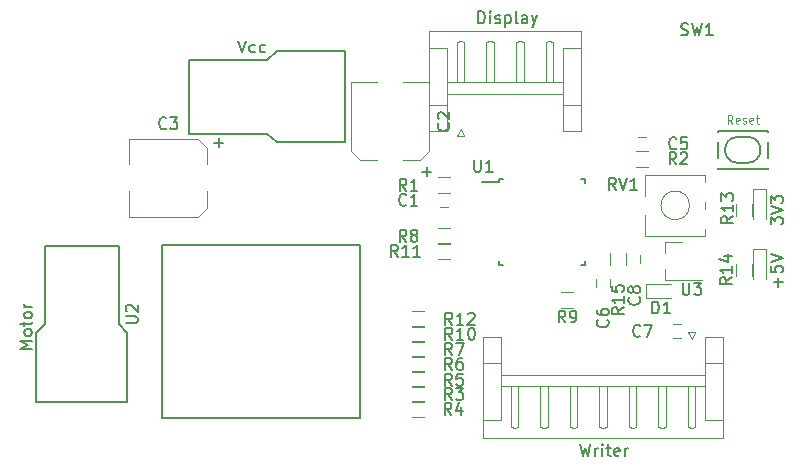
<source format=gto>
G04 #@! TF.FileFunction,Legend,Top*
%FSLAX46Y46*%
G04 Gerber Fmt 4.6, Leading zero omitted, Abs format (unit mm)*
G04 Created by KiCad (PCBNEW 4.0.7) date 10/05/18 20:50:03*
%MOMM*%
%LPD*%
G01*
G04 APERTURE LIST*
%ADD10C,0.100000*%
%ADD11C,0.150000*%
%ADD12C,0.120000*%
%ADD13C,0.110000*%
G04 APERTURE END LIST*
D10*
D11*
X74930000Y-54662000D02*
X66530000Y-54662000D01*
X66530000Y-54662000D02*
X66530000Y-69342000D01*
X66530000Y-69342000D02*
X69970000Y-69342000D01*
X83330000Y-54662000D02*
X74930000Y-54662000D01*
X83330000Y-58812000D02*
X83330000Y-54662000D01*
X83330000Y-69342000D02*
X83330000Y-58812000D01*
X83330000Y-69342000D02*
X79810000Y-69342000D01*
X74930000Y-69342000D02*
X79930000Y-69342000D01*
X74930000Y-69342000D02*
X69930000Y-69342000D01*
D12*
X90074000Y-50288900D02*
X90774000Y-50288900D01*
X90774000Y-51488900D02*
X90074000Y-51488900D01*
X107538000Y-46701000D02*
X106838000Y-46701000D01*
X106838000Y-45501000D02*
X107538000Y-45501000D01*
X104486000Y-57562000D02*
X104486000Y-58262000D01*
X103286000Y-58262000D02*
X103286000Y-57562000D01*
X109759000Y-61376000D02*
X110459000Y-61376000D01*
X110459000Y-62576000D02*
X109759000Y-62576000D01*
X107026000Y-55530000D02*
X107026000Y-56230000D01*
X105826000Y-56230000D02*
X105826000Y-55530000D01*
X117644000Y-49889000D02*
X116544000Y-49889000D01*
X116544000Y-49889000D02*
X116544000Y-52489000D01*
X117644000Y-49889000D02*
X117644000Y-52489000D01*
X117644000Y-54969000D02*
X116544000Y-54969000D01*
X116544000Y-54969000D02*
X116544000Y-57569000D01*
X117644000Y-54969000D02*
X117644000Y-57569000D01*
X90671000Y-42820500D02*
X90671000Y-45020500D01*
X90671000Y-45020500D02*
X89171000Y-45020500D01*
X89171000Y-45020500D02*
X89171000Y-36520500D01*
X89171000Y-36520500D02*
X101971000Y-36520500D01*
X101971000Y-36520500D02*
X101971000Y-45020500D01*
X101971000Y-45020500D02*
X100471000Y-45020500D01*
X100471000Y-45020500D02*
X100471000Y-42820500D01*
X89171000Y-38020500D02*
X90671000Y-38020500D01*
X90671000Y-38020500D02*
X90671000Y-42820500D01*
X90671000Y-42820500D02*
X89171000Y-42820500D01*
X101971000Y-38020500D02*
X100471000Y-38020500D01*
X100471000Y-38020500D02*
X100471000Y-42820500D01*
X100471000Y-42820500D02*
X101971000Y-42820500D01*
X90671000Y-40870500D02*
X100471000Y-40870500D01*
X90671000Y-41870500D02*
X100471000Y-41870500D01*
X91821000Y-40870500D02*
X91501000Y-40870500D01*
X91501000Y-40870500D02*
X91501000Y-37450500D01*
X91501000Y-37450500D02*
X91821000Y-37370500D01*
X91821000Y-37370500D02*
X92141000Y-37450500D01*
X92141000Y-37450500D02*
X92141000Y-40870500D01*
X92141000Y-40870500D02*
X91821000Y-40870500D01*
X94321000Y-40870500D02*
X94001000Y-40870500D01*
X94001000Y-40870500D02*
X94001000Y-37450500D01*
X94001000Y-37450500D02*
X94321000Y-37370500D01*
X94321000Y-37370500D02*
X94641000Y-37450500D01*
X94641000Y-37450500D02*
X94641000Y-40870500D01*
X94641000Y-40870500D02*
X94321000Y-40870500D01*
X96821000Y-40870500D02*
X96501000Y-40870500D01*
X96501000Y-40870500D02*
X96501000Y-37450500D01*
X96501000Y-37450500D02*
X96821000Y-37370500D01*
X96821000Y-37370500D02*
X97141000Y-37450500D01*
X97141000Y-37450500D02*
X97141000Y-40870500D01*
X97141000Y-40870500D02*
X96821000Y-40870500D01*
X99321000Y-40870500D02*
X99001000Y-40870500D01*
X99001000Y-40870500D02*
X99001000Y-37450500D01*
X99001000Y-37450500D02*
X99321000Y-37370500D01*
X99321000Y-37370500D02*
X99641000Y-37450500D01*
X99641000Y-37450500D02*
X99641000Y-40870500D01*
X99641000Y-40870500D02*
X99321000Y-40870500D01*
X91821000Y-44870500D02*
X91521000Y-45470500D01*
X91521000Y-45470500D02*
X92121000Y-45470500D01*
X92121000Y-45470500D02*
X91821000Y-44870500D01*
X112529000Y-64685000D02*
X112529000Y-62485000D01*
X112529000Y-62485000D02*
X114029000Y-62485000D01*
X114029000Y-62485000D02*
X114029000Y-70985000D01*
X114029000Y-70985000D02*
X93729000Y-70985000D01*
X93729000Y-70985000D02*
X93729000Y-62485000D01*
X93729000Y-62485000D02*
X95229000Y-62485000D01*
X95229000Y-62485000D02*
X95229000Y-64685000D01*
X114029000Y-69485000D02*
X112529000Y-69485000D01*
X112529000Y-69485000D02*
X112529000Y-64685000D01*
X112529000Y-64685000D02*
X114029000Y-64685000D01*
X93729000Y-69485000D02*
X95229000Y-69485000D01*
X95229000Y-69485000D02*
X95229000Y-64685000D01*
X95229000Y-64685000D02*
X93729000Y-64685000D01*
X112529000Y-66635000D02*
X95229000Y-66635000D01*
X112529000Y-65635000D02*
X95229000Y-65635000D01*
X111379000Y-66635000D02*
X111699000Y-66635000D01*
X111699000Y-66635000D02*
X111699000Y-70055000D01*
X111699000Y-70055000D02*
X111379000Y-70135000D01*
X111379000Y-70135000D02*
X111059000Y-70055000D01*
X111059000Y-70055000D02*
X111059000Y-66635000D01*
X111059000Y-66635000D02*
X111379000Y-66635000D01*
X108879000Y-66635000D02*
X109199000Y-66635000D01*
X109199000Y-66635000D02*
X109199000Y-70055000D01*
X109199000Y-70055000D02*
X108879000Y-70135000D01*
X108879000Y-70135000D02*
X108559000Y-70055000D01*
X108559000Y-70055000D02*
X108559000Y-66635000D01*
X108559000Y-66635000D02*
X108879000Y-66635000D01*
X106379000Y-66635000D02*
X106699000Y-66635000D01*
X106699000Y-66635000D02*
X106699000Y-70055000D01*
X106699000Y-70055000D02*
X106379000Y-70135000D01*
X106379000Y-70135000D02*
X106059000Y-70055000D01*
X106059000Y-70055000D02*
X106059000Y-66635000D01*
X106059000Y-66635000D02*
X106379000Y-66635000D01*
X103879000Y-66635000D02*
X104199000Y-66635000D01*
X104199000Y-66635000D02*
X104199000Y-70055000D01*
X104199000Y-70055000D02*
X103879000Y-70135000D01*
X103879000Y-70135000D02*
X103559000Y-70055000D01*
X103559000Y-70055000D02*
X103559000Y-66635000D01*
X103559000Y-66635000D02*
X103879000Y-66635000D01*
X101379000Y-66635000D02*
X101699000Y-66635000D01*
X101699000Y-66635000D02*
X101699000Y-70055000D01*
X101699000Y-70055000D02*
X101379000Y-70135000D01*
X101379000Y-70135000D02*
X101059000Y-70055000D01*
X101059000Y-70055000D02*
X101059000Y-66635000D01*
X101059000Y-66635000D02*
X101379000Y-66635000D01*
X98879000Y-66635000D02*
X99199000Y-66635000D01*
X99199000Y-66635000D02*
X99199000Y-70055000D01*
X99199000Y-70055000D02*
X98879000Y-70135000D01*
X98879000Y-70135000D02*
X98559000Y-70055000D01*
X98559000Y-70055000D02*
X98559000Y-66635000D01*
X98559000Y-66635000D02*
X98879000Y-66635000D01*
X96379000Y-66635000D02*
X96699000Y-66635000D01*
X96699000Y-66635000D02*
X96699000Y-70055000D01*
X96699000Y-70055000D02*
X96379000Y-70135000D01*
X96379000Y-70135000D02*
X96059000Y-70055000D01*
X96059000Y-70055000D02*
X96059000Y-66635000D01*
X96059000Y-66635000D02*
X96379000Y-66635000D01*
X111379000Y-62635000D02*
X111679000Y-62035000D01*
X111679000Y-62035000D02*
X111079000Y-62035000D01*
X111079000Y-62035000D02*
X111379000Y-62635000D01*
X90924000Y-50298900D02*
X89924000Y-50298900D01*
X89924000Y-48938900D02*
X90924000Y-48938900D01*
X107688000Y-48051000D02*
X106688000Y-48051000D01*
X106688000Y-46691000D02*
X107688000Y-46691000D01*
X88688800Y-67990000D02*
X87688800Y-67990000D01*
X87688800Y-66630000D02*
X88688800Y-66630000D01*
X88688800Y-69260000D02*
X87688800Y-69260000D01*
X87688800Y-67900000D02*
X88688800Y-67900000D01*
X88688800Y-66720000D02*
X87688800Y-66720000D01*
X87688800Y-65360000D02*
X88688800Y-65360000D01*
X88688800Y-65450000D02*
X87688800Y-65450000D01*
X87688800Y-64090000D02*
X88688800Y-64090000D01*
X88688800Y-64180000D02*
X87688800Y-64180000D01*
X87688800Y-62820000D02*
X88688800Y-62820000D01*
X89924000Y-53256900D02*
X90924000Y-53256900D01*
X90924000Y-54616900D02*
X89924000Y-54616900D01*
X100338000Y-58629000D02*
X101338000Y-58629000D01*
X101338000Y-59989000D02*
X100338000Y-59989000D01*
X88688800Y-62910000D02*
X87688800Y-62910000D01*
X87688800Y-61550000D02*
X88688800Y-61550000D01*
X90924000Y-55886900D02*
X89924000Y-55886900D01*
X89924000Y-54526900D02*
X90924000Y-54526900D01*
X88688800Y-61640000D02*
X87688800Y-61640000D01*
X87688800Y-60280000D02*
X88688800Y-60280000D01*
X116504000Y-51189000D02*
X116504000Y-52189000D01*
X115144000Y-52189000D02*
X115144000Y-51189000D01*
X116504000Y-56269000D02*
X116504000Y-57269000D01*
X115144000Y-57269000D02*
X115144000Y-56269000D01*
X105836000Y-55380000D02*
X105836000Y-56380000D01*
X104476000Y-56380000D02*
X104476000Y-55380000D01*
X107422000Y-48748000D02*
X112542000Y-48748000D01*
X107422000Y-53868000D02*
X112542000Y-53868000D01*
X107422000Y-48748000D02*
X107422000Y-50478000D01*
X107422000Y-52138000D02*
X107422000Y-53868000D01*
X112542000Y-48748000D02*
X112542000Y-49328000D01*
X112542000Y-50988000D02*
X112542000Y-51628000D01*
X112542000Y-53288000D02*
X112542000Y-53868000D01*
X111192000Y-51308000D02*
G75*
G03X111192000Y-51308000I-1210000J0D01*
G01*
D11*
X95054000Y-49080000D02*
X95054000Y-49305000D01*
X102304000Y-49080000D02*
X102304000Y-49405000D01*
X102304000Y-56330000D02*
X102304000Y-56005000D01*
X95054000Y-56330000D02*
X95054000Y-56005000D01*
X95054000Y-49080000D02*
X95379000Y-49080000D01*
X95054000Y-56330000D02*
X95379000Y-56330000D01*
X102304000Y-56330000D02*
X101979000Y-56330000D01*
X102304000Y-49080000D02*
X101979000Y-49080000D01*
X95054000Y-49305000D02*
X93629000Y-49305000D01*
D12*
X109095000Y-54427000D02*
X109095000Y-55357000D01*
X109095000Y-57587000D02*
X109095000Y-56657000D01*
X109095000Y-57587000D02*
X112255000Y-57587000D01*
X109095000Y-54427000D02*
X110555000Y-54427000D01*
D11*
X116097000Y-45509000D02*
X115297000Y-45509000D01*
X116097000Y-47709000D02*
X115297000Y-47709000D01*
X115297000Y-47709000D02*
G75*
G02X115297000Y-45509000I0J1100000D01*
G01*
X116097000Y-47709000D02*
G75*
G03X116097000Y-45509000I0J1100000D01*
G01*
X113597000Y-48209000D02*
X113597000Y-48109000D01*
X113597000Y-45009000D02*
X113597000Y-45109000D01*
X113597000Y-45959000D02*
X113597000Y-47259000D01*
X117797000Y-45959000D02*
X117797000Y-47259000D01*
X117797000Y-45009000D02*
X117797000Y-45109000D01*
X117797000Y-48209000D02*
X117797000Y-48109000D01*
X113597000Y-48209000D02*
X117797000Y-48209000D01*
X113597000Y-45009000D02*
X117797000Y-45009000D01*
D12*
X107539000Y-57977000D02*
X107539000Y-59117000D01*
X107539000Y-59117000D02*
X109639000Y-59117000D01*
X107539000Y-57977000D02*
X109639000Y-57977000D01*
D11*
X68827500Y-45268500D02*
X73027500Y-45268500D01*
X73127500Y-38968500D02*
X68827500Y-38968500D01*
X82027500Y-45968500D02*
X76227500Y-45968500D01*
X76227500Y-45968500D02*
X75427500Y-45268500D01*
X75427500Y-45268500D02*
X73027500Y-45268500D01*
X73127500Y-38968500D02*
X75427500Y-38968500D01*
X76227500Y-38268500D02*
X75427500Y-38968500D01*
X82027500Y-38268500D02*
X76227500Y-38268500D01*
X82027500Y-38268500D02*
X82027500Y-45968500D01*
X68827500Y-45268500D02*
X68827500Y-38968500D01*
X56585500Y-54730500D02*
X56585500Y-58930500D01*
X62885500Y-59030500D02*
X62885500Y-54730500D01*
X55885500Y-67930500D02*
X55885500Y-62130500D01*
X55885500Y-62130500D02*
X56585500Y-61330500D01*
X56585500Y-61330500D02*
X56585500Y-58930500D01*
X62885500Y-59030500D02*
X62885500Y-61330500D01*
X63585500Y-62130500D02*
X62885500Y-61330500D01*
X63585500Y-67930500D02*
X63585500Y-62130500D01*
X63585500Y-67930500D02*
X55885500Y-67930500D01*
X56585500Y-54730500D02*
X62885500Y-54730500D01*
D12*
X63756000Y-45658500D02*
X63756000Y-47838500D01*
X63756000Y-52258500D02*
X63756000Y-50078500D01*
X70356000Y-46418500D02*
X70356000Y-47838500D01*
X70356000Y-51498500D02*
X70356000Y-50078500D01*
X63756000Y-45658500D02*
X69596000Y-45658500D01*
X69596000Y-45658500D02*
X70356000Y-46418500D01*
X70356000Y-51498500D02*
X69596000Y-52258500D01*
X69596000Y-52258500D02*
X63756000Y-52258500D01*
X89152000Y-40896000D02*
X86972000Y-40896000D01*
X82552000Y-40896000D02*
X84732000Y-40896000D01*
X88392000Y-47496000D02*
X86972000Y-47496000D01*
X83312000Y-47496000D02*
X84732000Y-47496000D01*
X89152000Y-40896000D02*
X89152000Y-46736000D01*
X89152000Y-46736000D02*
X88392000Y-47496000D01*
X83312000Y-47496000D02*
X82552000Y-46736000D01*
X82552000Y-46736000D02*
X82552000Y-40896000D01*
D11*
X63460381Y-61277405D02*
X64269905Y-61277405D01*
X64365143Y-61229786D01*
X64412762Y-61182167D01*
X64460381Y-61086929D01*
X64460381Y-60896452D01*
X64412762Y-60801214D01*
X64365143Y-60753595D01*
X64269905Y-60705976D01*
X63460381Y-60705976D01*
X63555619Y-60277405D02*
X63508000Y-60229786D01*
X63460381Y-60134548D01*
X63460381Y-59896452D01*
X63508000Y-59801214D01*
X63555619Y-59753595D01*
X63650857Y-59705976D01*
X63746095Y-59705976D01*
X63888952Y-59753595D01*
X64460381Y-60325024D01*
X64460381Y-59705976D01*
X87209334Y-51246043D02*
X87161715Y-51293662D01*
X87018858Y-51341281D01*
X86923620Y-51341281D01*
X86780762Y-51293662D01*
X86685524Y-51198424D01*
X86637905Y-51103186D01*
X86590286Y-50912710D01*
X86590286Y-50769852D01*
X86637905Y-50579376D01*
X86685524Y-50484138D01*
X86780762Y-50388900D01*
X86923620Y-50341281D01*
X87018858Y-50341281D01*
X87161715Y-50388900D01*
X87209334Y-50436519D01*
X88161715Y-51341281D02*
X87590286Y-51341281D01*
X87876000Y-51341281D02*
X87876000Y-50341281D01*
X87780762Y-50484138D01*
X87685524Y-50579376D01*
X87590286Y-50626995D01*
X110069334Y-46458143D02*
X110021715Y-46505762D01*
X109878858Y-46553381D01*
X109783620Y-46553381D01*
X109640762Y-46505762D01*
X109545524Y-46410524D01*
X109497905Y-46315286D01*
X109450286Y-46124810D01*
X109450286Y-45981952D01*
X109497905Y-45791476D01*
X109545524Y-45696238D01*
X109640762Y-45601000D01*
X109783620Y-45553381D01*
X109878858Y-45553381D01*
X110021715Y-45601000D01*
X110069334Y-45648619D01*
X110974096Y-45553381D02*
X110497905Y-45553381D01*
X110450286Y-46029571D01*
X110497905Y-45981952D01*
X110593143Y-45934333D01*
X110831239Y-45934333D01*
X110926477Y-45981952D01*
X110974096Y-46029571D01*
X111021715Y-46124810D01*
X111021715Y-46362905D01*
X110974096Y-46458143D01*
X110926477Y-46505762D01*
X110831239Y-46553381D01*
X110593143Y-46553381D01*
X110497905Y-46505762D01*
X110450286Y-46458143D01*
X104243143Y-60999666D02*
X104290762Y-61047285D01*
X104338381Y-61190142D01*
X104338381Y-61285380D01*
X104290762Y-61428238D01*
X104195524Y-61523476D01*
X104100286Y-61571095D01*
X103909810Y-61618714D01*
X103766952Y-61618714D01*
X103576476Y-61571095D01*
X103481238Y-61523476D01*
X103386000Y-61428238D01*
X103338381Y-61285380D01*
X103338381Y-61190142D01*
X103386000Y-61047285D01*
X103433619Y-60999666D01*
X103338381Y-60142523D02*
X103338381Y-60333000D01*
X103386000Y-60428238D01*
X103433619Y-60475857D01*
X103576476Y-60571095D01*
X103766952Y-60618714D01*
X104147905Y-60618714D01*
X104243143Y-60571095D01*
X104290762Y-60523476D01*
X104338381Y-60428238D01*
X104338381Y-60237761D01*
X104290762Y-60142523D01*
X104243143Y-60094904D01*
X104147905Y-60047285D01*
X103909810Y-60047285D01*
X103814571Y-60094904D01*
X103766952Y-60142523D01*
X103719333Y-60237761D01*
X103719333Y-60428238D01*
X103766952Y-60523476D01*
X103814571Y-60571095D01*
X103909810Y-60618714D01*
X107021334Y-62333143D02*
X106973715Y-62380762D01*
X106830858Y-62428381D01*
X106735620Y-62428381D01*
X106592762Y-62380762D01*
X106497524Y-62285524D01*
X106449905Y-62190286D01*
X106402286Y-61999810D01*
X106402286Y-61856952D01*
X106449905Y-61666476D01*
X106497524Y-61571238D01*
X106592762Y-61476000D01*
X106735620Y-61428381D01*
X106830858Y-61428381D01*
X106973715Y-61476000D01*
X107021334Y-61523619D01*
X107354667Y-61428381D02*
X108021334Y-61428381D01*
X107592762Y-62428381D01*
X106910143Y-59094666D02*
X106957762Y-59142285D01*
X107005381Y-59285142D01*
X107005381Y-59380380D01*
X106957762Y-59523238D01*
X106862524Y-59618476D01*
X106767286Y-59666095D01*
X106576810Y-59713714D01*
X106433952Y-59713714D01*
X106243476Y-59666095D01*
X106148238Y-59618476D01*
X106053000Y-59523238D01*
X106005381Y-59380380D01*
X106005381Y-59285142D01*
X106053000Y-59142285D01*
X106100619Y-59094666D01*
X106433952Y-58523238D02*
X106386333Y-58618476D01*
X106338714Y-58666095D01*
X106243476Y-58713714D01*
X106195857Y-58713714D01*
X106100619Y-58666095D01*
X106053000Y-58618476D01*
X106005381Y-58523238D01*
X106005381Y-58332761D01*
X106053000Y-58237523D01*
X106100619Y-58189904D01*
X106195857Y-58142285D01*
X106243476Y-58142285D01*
X106338714Y-58189904D01*
X106386333Y-58237523D01*
X106433952Y-58332761D01*
X106433952Y-58523238D01*
X106481571Y-58618476D01*
X106529190Y-58666095D01*
X106624429Y-58713714D01*
X106814905Y-58713714D01*
X106910143Y-58666095D01*
X106957762Y-58618476D01*
X107005381Y-58523238D01*
X107005381Y-58332761D01*
X106957762Y-58237523D01*
X106910143Y-58189904D01*
X106814905Y-58142285D01*
X106624429Y-58142285D01*
X106529190Y-58189904D01*
X106481571Y-58237523D01*
X106433952Y-58332761D01*
X118070381Y-52927095D02*
X118070381Y-52308047D01*
X118451333Y-52641381D01*
X118451333Y-52498523D01*
X118498952Y-52403285D01*
X118546571Y-52355666D01*
X118641810Y-52308047D01*
X118879905Y-52308047D01*
X118975143Y-52355666D01*
X119022762Y-52403285D01*
X119070381Y-52498523D01*
X119070381Y-52784238D01*
X119022762Y-52879476D01*
X118975143Y-52927095D01*
X118070381Y-52022333D02*
X119070381Y-51689000D01*
X118070381Y-51355666D01*
X118070381Y-51117571D02*
X118070381Y-50498523D01*
X118451333Y-50831857D01*
X118451333Y-50688999D01*
X118498952Y-50593761D01*
X118546571Y-50546142D01*
X118641810Y-50498523D01*
X118879905Y-50498523D01*
X118975143Y-50546142D01*
X119022762Y-50593761D01*
X119070381Y-50688999D01*
X119070381Y-50974714D01*
X119022762Y-51069952D01*
X118975143Y-51117571D01*
X118689429Y-58181714D02*
X118689429Y-57419809D01*
X119070381Y-57800761D02*
X118308476Y-57800761D01*
X118070381Y-56467428D02*
X118070381Y-56943619D01*
X118546571Y-56991238D01*
X118498952Y-56943619D01*
X118451333Y-56848381D01*
X118451333Y-56610285D01*
X118498952Y-56515047D01*
X118546571Y-56467428D01*
X118641810Y-56419809D01*
X118879905Y-56419809D01*
X118975143Y-56467428D01*
X119022762Y-56515047D01*
X119070381Y-56610285D01*
X119070381Y-56848381D01*
X119022762Y-56943619D01*
X118975143Y-56991238D01*
X118070381Y-56134095D02*
X119070381Y-55800762D01*
X118070381Y-55467428D01*
X93305619Y-35885381D02*
X93305619Y-34885381D01*
X93543714Y-34885381D01*
X93686572Y-34933000D01*
X93781810Y-35028238D01*
X93829429Y-35123476D01*
X93877048Y-35313952D01*
X93877048Y-35456810D01*
X93829429Y-35647286D01*
X93781810Y-35742524D01*
X93686572Y-35837762D01*
X93543714Y-35885381D01*
X93305619Y-35885381D01*
X94305619Y-35885381D02*
X94305619Y-35218714D01*
X94305619Y-34885381D02*
X94258000Y-34933000D01*
X94305619Y-34980619D01*
X94353238Y-34933000D01*
X94305619Y-34885381D01*
X94305619Y-34980619D01*
X94734190Y-35837762D02*
X94829428Y-35885381D01*
X95019904Y-35885381D01*
X95115143Y-35837762D01*
X95162762Y-35742524D01*
X95162762Y-35694905D01*
X95115143Y-35599667D01*
X95019904Y-35552048D01*
X94877047Y-35552048D01*
X94781809Y-35504429D01*
X94734190Y-35409190D01*
X94734190Y-35361571D01*
X94781809Y-35266333D01*
X94877047Y-35218714D01*
X95019904Y-35218714D01*
X95115143Y-35266333D01*
X95591333Y-35218714D02*
X95591333Y-36218714D01*
X95591333Y-35266333D02*
X95686571Y-35218714D01*
X95877048Y-35218714D01*
X95972286Y-35266333D01*
X96019905Y-35313952D01*
X96067524Y-35409190D01*
X96067524Y-35694905D01*
X96019905Y-35790143D01*
X95972286Y-35837762D01*
X95877048Y-35885381D01*
X95686571Y-35885381D01*
X95591333Y-35837762D01*
X96638952Y-35885381D02*
X96543714Y-35837762D01*
X96496095Y-35742524D01*
X96496095Y-34885381D01*
X97448477Y-35885381D02*
X97448477Y-35361571D01*
X97400858Y-35266333D01*
X97305620Y-35218714D01*
X97115143Y-35218714D01*
X97019905Y-35266333D01*
X97448477Y-35837762D02*
X97353239Y-35885381D01*
X97115143Y-35885381D01*
X97019905Y-35837762D01*
X96972286Y-35742524D01*
X96972286Y-35647286D01*
X97019905Y-35552048D01*
X97115143Y-35504429D01*
X97353239Y-35504429D01*
X97448477Y-35456810D01*
X97829429Y-35218714D02*
X98067524Y-35885381D01*
X98305620Y-35218714D02*
X98067524Y-35885381D01*
X97972286Y-36123476D01*
X97924667Y-36171095D01*
X97829429Y-36218714D01*
X101949500Y-71524881D02*
X102187595Y-72524881D01*
X102378072Y-71810595D01*
X102568548Y-72524881D01*
X102806643Y-71524881D01*
X103187595Y-72524881D02*
X103187595Y-71858214D01*
X103187595Y-72048690D02*
X103235214Y-71953452D01*
X103282833Y-71905833D01*
X103378071Y-71858214D01*
X103473310Y-71858214D01*
X103806643Y-72524881D02*
X103806643Y-71858214D01*
X103806643Y-71524881D02*
X103759024Y-71572500D01*
X103806643Y-71620119D01*
X103854262Y-71572500D01*
X103806643Y-71524881D01*
X103806643Y-71620119D01*
X104139976Y-71858214D02*
X104520928Y-71858214D01*
X104282833Y-71524881D02*
X104282833Y-72382024D01*
X104330452Y-72477262D01*
X104425690Y-72524881D01*
X104520928Y-72524881D01*
X105235215Y-72477262D02*
X105139977Y-72524881D01*
X104949500Y-72524881D01*
X104854262Y-72477262D01*
X104806643Y-72382024D01*
X104806643Y-72001071D01*
X104854262Y-71905833D01*
X104949500Y-71858214D01*
X105139977Y-71858214D01*
X105235215Y-71905833D01*
X105282834Y-72001071D01*
X105282834Y-72096310D01*
X104806643Y-72191548D01*
X105711405Y-72524881D02*
X105711405Y-71858214D01*
X105711405Y-72048690D02*
X105759024Y-71953452D01*
X105806643Y-71905833D01*
X105901881Y-71858214D01*
X105997120Y-71858214D01*
X87209334Y-50071281D02*
X86876000Y-49595090D01*
X86637905Y-50071281D02*
X86637905Y-49071281D01*
X87018858Y-49071281D01*
X87114096Y-49118900D01*
X87161715Y-49166519D01*
X87209334Y-49261757D01*
X87209334Y-49404614D01*
X87161715Y-49499852D01*
X87114096Y-49547471D01*
X87018858Y-49595090D01*
X86637905Y-49595090D01*
X88161715Y-50071281D02*
X87590286Y-50071281D01*
X87876000Y-50071281D02*
X87876000Y-49071281D01*
X87780762Y-49214138D01*
X87685524Y-49309376D01*
X87590286Y-49356995D01*
X110069334Y-47823381D02*
X109736000Y-47347190D01*
X109497905Y-47823381D02*
X109497905Y-46823381D01*
X109878858Y-46823381D01*
X109974096Y-46871000D01*
X110021715Y-46918619D01*
X110069334Y-47013857D01*
X110069334Y-47156714D01*
X110021715Y-47251952D01*
X109974096Y-47299571D01*
X109878858Y-47347190D01*
X109497905Y-47347190D01*
X110450286Y-46918619D02*
X110497905Y-46871000D01*
X110593143Y-46823381D01*
X110831239Y-46823381D01*
X110926477Y-46871000D01*
X110974096Y-46918619D01*
X111021715Y-47013857D01*
X111021715Y-47109095D01*
X110974096Y-47251952D01*
X110402667Y-47823381D01*
X111021715Y-47823381D01*
X91070134Y-67762381D02*
X90736800Y-67286190D01*
X90498705Y-67762381D02*
X90498705Y-66762381D01*
X90879658Y-66762381D01*
X90974896Y-66810000D01*
X91022515Y-66857619D01*
X91070134Y-66952857D01*
X91070134Y-67095714D01*
X91022515Y-67190952D01*
X90974896Y-67238571D01*
X90879658Y-67286190D01*
X90498705Y-67286190D01*
X91403467Y-66762381D02*
X92022515Y-66762381D01*
X91689181Y-67143333D01*
X91832039Y-67143333D01*
X91927277Y-67190952D01*
X91974896Y-67238571D01*
X92022515Y-67333810D01*
X92022515Y-67571905D01*
X91974896Y-67667143D01*
X91927277Y-67714762D01*
X91832039Y-67762381D01*
X91546324Y-67762381D01*
X91451086Y-67714762D01*
X91403467Y-67667143D01*
X91019334Y-69032381D02*
X90686000Y-68556190D01*
X90447905Y-69032381D02*
X90447905Y-68032381D01*
X90828858Y-68032381D01*
X90924096Y-68080000D01*
X90971715Y-68127619D01*
X91019334Y-68222857D01*
X91019334Y-68365714D01*
X90971715Y-68460952D01*
X90924096Y-68508571D01*
X90828858Y-68556190D01*
X90447905Y-68556190D01*
X91876477Y-68365714D02*
X91876477Y-69032381D01*
X91638381Y-67984762D02*
X91400286Y-68699048D01*
X92019334Y-68699048D01*
X91070134Y-66568581D02*
X90736800Y-66092390D01*
X90498705Y-66568581D02*
X90498705Y-65568581D01*
X90879658Y-65568581D01*
X90974896Y-65616200D01*
X91022515Y-65663819D01*
X91070134Y-65759057D01*
X91070134Y-65901914D01*
X91022515Y-65997152D01*
X90974896Y-66044771D01*
X90879658Y-66092390D01*
X90498705Y-66092390D01*
X91974896Y-65568581D02*
X91498705Y-65568581D01*
X91451086Y-66044771D01*
X91498705Y-65997152D01*
X91593943Y-65949533D01*
X91832039Y-65949533D01*
X91927277Y-65997152D01*
X91974896Y-66044771D01*
X92022515Y-66140010D01*
X92022515Y-66378105D01*
X91974896Y-66473343D01*
X91927277Y-66520962D01*
X91832039Y-66568581D01*
X91593943Y-66568581D01*
X91498705Y-66520962D01*
X91451086Y-66473343D01*
X91070134Y-65222381D02*
X90736800Y-64746190D01*
X90498705Y-65222381D02*
X90498705Y-64222381D01*
X90879658Y-64222381D01*
X90974896Y-64270000D01*
X91022515Y-64317619D01*
X91070134Y-64412857D01*
X91070134Y-64555714D01*
X91022515Y-64650952D01*
X90974896Y-64698571D01*
X90879658Y-64746190D01*
X90498705Y-64746190D01*
X91927277Y-64222381D02*
X91736800Y-64222381D01*
X91641562Y-64270000D01*
X91593943Y-64317619D01*
X91498705Y-64460476D01*
X91451086Y-64650952D01*
X91451086Y-65031905D01*
X91498705Y-65127143D01*
X91546324Y-65174762D01*
X91641562Y-65222381D01*
X91832039Y-65222381D01*
X91927277Y-65174762D01*
X91974896Y-65127143D01*
X92022515Y-65031905D01*
X92022515Y-64793810D01*
X91974896Y-64698571D01*
X91927277Y-64650952D01*
X91832039Y-64603333D01*
X91641562Y-64603333D01*
X91546324Y-64650952D01*
X91498705Y-64698571D01*
X91451086Y-64793810D01*
X91070134Y-63952381D02*
X90736800Y-63476190D01*
X90498705Y-63952381D02*
X90498705Y-62952381D01*
X90879658Y-62952381D01*
X90974896Y-63000000D01*
X91022515Y-63047619D01*
X91070134Y-63142857D01*
X91070134Y-63285714D01*
X91022515Y-63380952D01*
X90974896Y-63428571D01*
X90879658Y-63476190D01*
X90498705Y-63476190D01*
X91403467Y-62952381D02*
X92070134Y-62952381D01*
X91641562Y-63952381D01*
X87209334Y-54389281D02*
X86876000Y-53913090D01*
X86637905Y-54389281D02*
X86637905Y-53389281D01*
X87018858Y-53389281D01*
X87114096Y-53436900D01*
X87161715Y-53484519D01*
X87209334Y-53579757D01*
X87209334Y-53722614D01*
X87161715Y-53817852D01*
X87114096Y-53865471D01*
X87018858Y-53913090D01*
X86637905Y-53913090D01*
X87780762Y-53817852D02*
X87685524Y-53770233D01*
X87637905Y-53722614D01*
X87590286Y-53627376D01*
X87590286Y-53579757D01*
X87637905Y-53484519D01*
X87685524Y-53436900D01*
X87780762Y-53389281D01*
X87971239Y-53389281D01*
X88066477Y-53436900D01*
X88114096Y-53484519D01*
X88161715Y-53579757D01*
X88161715Y-53627376D01*
X88114096Y-53722614D01*
X88066477Y-53770233D01*
X87971239Y-53817852D01*
X87780762Y-53817852D01*
X87685524Y-53865471D01*
X87637905Y-53913090D01*
X87590286Y-54008329D01*
X87590286Y-54198805D01*
X87637905Y-54294043D01*
X87685524Y-54341662D01*
X87780762Y-54389281D01*
X87971239Y-54389281D01*
X88066477Y-54341662D01*
X88114096Y-54294043D01*
X88161715Y-54198805D01*
X88161715Y-54008329D01*
X88114096Y-53913090D01*
X88066477Y-53865471D01*
X87971239Y-53817852D01*
X100671334Y-61211381D02*
X100338000Y-60735190D01*
X100099905Y-61211381D02*
X100099905Y-60211381D01*
X100480858Y-60211381D01*
X100576096Y-60259000D01*
X100623715Y-60306619D01*
X100671334Y-60401857D01*
X100671334Y-60544714D01*
X100623715Y-60639952D01*
X100576096Y-60687571D01*
X100480858Y-60735190D01*
X100099905Y-60735190D01*
X101147524Y-61211381D02*
X101338000Y-61211381D01*
X101433239Y-61163762D01*
X101480858Y-61116143D01*
X101576096Y-60973286D01*
X101623715Y-60782810D01*
X101623715Y-60401857D01*
X101576096Y-60306619D01*
X101528477Y-60259000D01*
X101433239Y-60211381D01*
X101242762Y-60211381D01*
X101147524Y-60259000D01*
X101099905Y-60306619D01*
X101052286Y-60401857D01*
X101052286Y-60639952D01*
X101099905Y-60735190D01*
X101147524Y-60782810D01*
X101242762Y-60830429D01*
X101433239Y-60830429D01*
X101528477Y-60782810D01*
X101576096Y-60735190D01*
X101623715Y-60639952D01*
X91101943Y-62682381D02*
X90768609Y-62206190D01*
X90530514Y-62682381D02*
X90530514Y-61682381D01*
X90911467Y-61682381D01*
X91006705Y-61730000D01*
X91054324Y-61777619D01*
X91101943Y-61872857D01*
X91101943Y-62015714D01*
X91054324Y-62110952D01*
X91006705Y-62158571D01*
X90911467Y-62206190D01*
X90530514Y-62206190D01*
X92054324Y-62682381D02*
X91482895Y-62682381D01*
X91768609Y-62682381D02*
X91768609Y-61682381D01*
X91673371Y-61825238D01*
X91578133Y-61920476D01*
X91482895Y-61968095D01*
X92673371Y-61682381D02*
X92768610Y-61682381D01*
X92863848Y-61730000D01*
X92911467Y-61777619D01*
X92959086Y-61872857D01*
X93006705Y-62063333D01*
X93006705Y-62301429D01*
X92959086Y-62491905D01*
X92911467Y-62587143D01*
X92863848Y-62634762D01*
X92768610Y-62682381D01*
X92673371Y-62682381D01*
X92578133Y-62634762D01*
X92530514Y-62587143D01*
X92482895Y-62491905D01*
X92435276Y-62301429D01*
X92435276Y-62063333D01*
X92482895Y-61872857D01*
X92530514Y-61777619D01*
X92578133Y-61730000D01*
X92673371Y-61682381D01*
X86479143Y-55659281D02*
X86145809Y-55183090D01*
X85907714Y-55659281D02*
X85907714Y-54659281D01*
X86288667Y-54659281D01*
X86383905Y-54706900D01*
X86431524Y-54754519D01*
X86479143Y-54849757D01*
X86479143Y-54992614D01*
X86431524Y-55087852D01*
X86383905Y-55135471D01*
X86288667Y-55183090D01*
X85907714Y-55183090D01*
X87431524Y-55659281D02*
X86860095Y-55659281D01*
X87145809Y-55659281D02*
X87145809Y-54659281D01*
X87050571Y-54802138D01*
X86955333Y-54897376D01*
X86860095Y-54944995D01*
X88383905Y-55659281D02*
X87812476Y-55659281D01*
X88098190Y-55659281D02*
X88098190Y-54659281D01*
X88002952Y-54802138D01*
X87907714Y-54897376D01*
X87812476Y-54944995D01*
X91101943Y-61412381D02*
X90768609Y-60936190D01*
X90530514Y-61412381D02*
X90530514Y-60412381D01*
X90911467Y-60412381D01*
X91006705Y-60460000D01*
X91054324Y-60507619D01*
X91101943Y-60602857D01*
X91101943Y-60745714D01*
X91054324Y-60840952D01*
X91006705Y-60888571D01*
X90911467Y-60936190D01*
X90530514Y-60936190D01*
X92054324Y-61412381D02*
X91482895Y-61412381D01*
X91768609Y-61412381D02*
X91768609Y-60412381D01*
X91673371Y-60555238D01*
X91578133Y-60650476D01*
X91482895Y-60698095D01*
X92435276Y-60507619D02*
X92482895Y-60460000D01*
X92578133Y-60412381D01*
X92816229Y-60412381D01*
X92911467Y-60460000D01*
X92959086Y-60507619D01*
X93006705Y-60602857D01*
X93006705Y-60698095D01*
X92959086Y-60840952D01*
X92387657Y-61412381D01*
X93006705Y-61412381D01*
X114879381Y-52204857D02*
X114403190Y-52538191D01*
X114879381Y-52776286D02*
X113879381Y-52776286D01*
X113879381Y-52395333D01*
X113927000Y-52300095D01*
X113974619Y-52252476D01*
X114069857Y-52204857D01*
X114212714Y-52204857D01*
X114307952Y-52252476D01*
X114355571Y-52300095D01*
X114403190Y-52395333D01*
X114403190Y-52776286D01*
X114879381Y-51252476D02*
X114879381Y-51823905D01*
X114879381Y-51538191D02*
X113879381Y-51538191D01*
X114022238Y-51633429D01*
X114117476Y-51728667D01*
X114165095Y-51823905D01*
X113879381Y-50919143D02*
X113879381Y-50300095D01*
X114260333Y-50633429D01*
X114260333Y-50490571D01*
X114307952Y-50395333D01*
X114355571Y-50347714D01*
X114450810Y-50300095D01*
X114688905Y-50300095D01*
X114784143Y-50347714D01*
X114831762Y-50395333D01*
X114879381Y-50490571D01*
X114879381Y-50776286D01*
X114831762Y-50871524D01*
X114784143Y-50919143D01*
X114752381Y-57411857D02*
X114276190Y-57745191D01*
X114752381Y-57983286D02*
X113752381Y-57983286D01*
X113752381Y-57602333D01*
X113800000Y-57507095D01*
X113847619Y-57459476D01*
X113942857Y-57411857D01*
X114085714Y-57411857D01*
X114180952Y-57459476D01*
X114228571Y-57507095D01*
X114276190Y-57602333D01*
X114276190Y-57983286D01*
X114752381Y-56459476D02*
X114752381Y-57030905D01*
X114752381Y-56745191D02*
X113752381Y-56745191D01*
X113895238Y-56840429D01*
X113990476Y-56935667D01*
X114038095Y-57030905D01*
X114085714Y-55602333D02*
X114752381Y-55602333D01*
X113704762Y-55840429D02*
X114419048Y-56078524D01*
X114419048Y-55459476D01*
X105608381Y-59951857D02*
X105132190Y-60285191D01*
X105608381Y-60523286D02*
X104608381Y-60523286D01*
X104608381Y-60142333D01*
X104656000Y-60047095D01*
X104703619Y-59999476D01*
X104798857Y-59951857D01*
X104941714Y-59951857D01*
X105036952Y-59999476D01*
X105084571Y-60047095D01*
X105132190Y-60142333D01*
X105132190Y-60523286D01*
X105608381Y-58999476D02*
X105608381Y-59570905D01*
X105608381Y-59285191D02*
X104608381Y-59285191D01*
X104751238Y-59380429D01*
X104846476Y-59475667D01*
X104894095Y-59570905D01*
X104608381Y-58094714D02*
X104608381Y-58570905D01*
X105084571Y-58618524D01*
X105036952Y-58570905D01*
X104989333Y-58475667D01*
X104989333Y-58237571D01*
X105036952Y-58142333D01*
X105084571Y-58094714D01*
X105179810Y-58047095D01*
X105417905Y-58047095D01*
X105513143Y-58094714D01*
X105560762Y-58142333D01*
X105608381Y-58237571D01*
X105608381Y-58475667D01*
X105560762Y-58570905D01*
X105513143Y-58618524D01*
X104941762Y-49982381D02*
X104608428Y-49506190D01*
X104370333Y-49982381D02*
X104370333Y-48982381D01*
X104751286Y-48982381D01*
X104846524Y-49030000D01*
X104894143Y-49077619D01*
X104941762Y-49172857D01*
X104941762Y-49315714D01*
X104894143Y-49410952D01*
X104846524Y-49458571D01*
X104751286Y-49506190D01*
X104370333Y-49506190D01*
X105227476Y-48982381D02*
X105560809Y-49982381D01*
X105894143Y-48982381D01*
X106751286Y-49982381D02*
X106179857Y-49982381D01*
X106465571Y-49982381D02*
X106465571Y-48982381D01*
X106370333Y-49125238D01*
X106275095Y-49220476D01*
X106179857Y-49268095D01*
X110490167Y-36853762D02*
X110633024Y-36901381D01*
X110871120Y-36901381D01*
X110966358Y-36853762D01*
X111013977Y-36806143D01*
X111061596Y-36710905D01*
X111061596Y-36615667D01*
X111013977Y-36520429D01*
X110966358Y-36472810D01*
X110871120Y-36425190D01*
X110680643Y-36377571D01*
X110585405Y-36329952D01*
X110537786Y-36282333D01*
X110490167Y-36187095D01*
X110490167Y-36091857D01*
X110537786Y-35996619D01*
X110585405Y-35949000D01*
X110680643Y-35901381D01*
X110918739Y-35901381D01*
X111061596Y-35949000D01*
X111394929Y-35901381D02*
X111633024Y-36901381D01*
X111823501Y-36187095D01*
X112013977Y-36901381D01*
X112252072Y-35901381D01*
X113156834Y-36901381D02*
X112585405Y-36901381D01*
X112871119Y-36901381D02*
X112871119Y-35901381D01*
X112775881Y-36044238D01*
X112680643Y-36139476D01*
X112585405Y-36187095D01*
X92964095Y-47458381D02*
X92964095Y-48267905D01*
X93011714Y-48363143D01*
X93059333Y-48410762D01*
X93154571Y-48458381D01*
X93345048Y-48458381D01*
X93440286Y-48410762D01*
X93487905Y-48363143D01*
X93535524Y-48267905D01*
X93535524Y-47458381D01*
X94535524Y-48458381D02*
X93964095Y-48458381D01*
X94249809Y-48458381D02*
X94249809Y-47458381D01*
X94154571Y-47601238D01*
X94059333Y-47696476D01*
X93964095Y-47744095D01*
X110617095Y-57872381D02*
X110617095Y-58681905D01*
X110664714Y-58777143D01*
X110712333Y-58824762D01*
X110807571Y-58872381D01*
X110998048Y-58872381D01*
X111093286Y-58824762D01*
X111140905Y-58777143D01*
X111188524Y-58681905D01*
X111188524Y-57872381D01*
X111569476Y-57872381D02*
X112188524Y-57872381D01*
X111855190Y-58253333D01*
X111998048Y-58253333D01*
X112093286Y-58300952D01*
X112140905Y-58348571D01*
X112188524Y-58443810D01*
X112188524Y-58681905D01*
X112140905Y-58777143D01*
X112093286Y-58824762D01*
X111998048Y-58872381D01*
X111712333Y-58872381D01*
X111617095Y-58824762D01*
X111569476Y-58777143D01*
D13*
X114830334Y-44385667D02*
X114597000Y-44052333D01*
X114430334Y-44385667D02*
X114430334Y-43685667D01*
X114697000Y-43685667D01*
X114763667Y-43719000D01*
X114797000Y-43752333D01*
X114830334Y-43819000D01*
X114830334Y-43919000D01*
X114797000Y-43985667D01*
X114763667Y-44019000D01*
X114697000Y-44052333D01*
X114430334Y-44052333D01*
X115397000Y-44352333D02*
X115330334Y-44385667D01*
X115197000Y-44385667D01*
X115130334Y-44352333D01*
X115097000Y-44285667D01*
X115097000Y-44019000D01*
X115130334Y-43952333D01*
X115197000Y-43919000D01*
X115330334Y-43919000D01*
X115397000Y-43952333D01*
X115430334Y-44019000D01*
X115430334Y-44085667D01*
X115097000Y-44152333D01*
X115697000Y-44352333D02*
X115763667Y-44385667D01*
X115897000Y-44385667D01*
X115963667Y-44352333D01*
X115997000Y-44285667D01*
X115997000Y-44252333D01*
X115963667Y-44185667D01*
X115897000Y-44152333D01*
X115797000Y-44152333D01*
X115730334Y-44119000D01*
X115697000Y-44052333D01*
X115697000Y-44019000D01*
X115730334Y-43952333D01*
X115797000Y-43919000D01*
X115897000Y-43919000D01*
X115963667Y-43952333D01*
X116563667Y-44352333D02*
X116497001Y-44385667D01*
X116363667Y-44385667D01*
X116297001Y-44352333D01*
X116263667Y-44285667D01*
X116263667Y-44019000D01*
X116297001Y-43952333D01*
X116363667Y-43919000D01*
X116497001Y-43919000D01*
X116563667Y-43952333D01*
X116597001Y-44019000D01*
X116597001Y-44085667D01*
X116263667Y-44152333D01*
X116797001Y-43919000D02*
X117063667Y-43919000D01*
X116897001Y-43685667D02*
X116897001Y-44285667D01*
X116930334Y-44352333D01*
X116997001Y-44385667D01*
X117063667Y-44385667D01*
D11*
X108037405Y-60459881D02*
X108037405Y-59459881D01*
X108275500Y-59459881D01*
X108418358Y-59507500D01*
X108513596Y-59602738D01*
X108561215Y-59697976D01*
X108608834Y-59888452D01*
X108608834Y-60031310D01*
X108561215Y-60221786D01*
X108513596Y-60317024D01*
X108418358Y-60412262D01*
X108275500Y-60459881D01*
X108037405Y-60459881D01*
X109561215Y-60459881D02*
X108989786Y-60459881D01*
X109275500Y-60459881D02*
X109275500Y-59459881D01*
X109180262Y-59602738D01*
X109085024Y-59697976D01*
X108989786Y-59745595D01*
X72977524Y-37361881D02*
X73310857Y-38361881D01*
X73644191Y-37361881D01*
X74406096Y-38314262D02*
X74310858Y-38361881D01*
X74120381Y-38361881D01*
X74025143Y-38314262D01*
X73977524Y-38266643D01*
X73929905Y-38171405D01*
X73929905Y-37885690D01*
X73977524Y-37790452D01*
X74025143Y-37742833D01*
X74120381Y-37695214D01*
X74310858Y-37695214D01*
X74406096Y-37742833D01*
X75263239Y-38314262D02*
X75168001Y-38361881D01*
X74977524Y-38361881D01*
X74882286Y-38314262D01*
X74834667Y-38266643D01*
X74787048Y-38171405D01*
X74787048Y-37885690D01*
X74834667Y-37790452D01*
X74882286Y-37742833D01*
X74977524Y-37695214D01*
X75168001Y-37695214D01*
X75263239Y-37742833D01*
X55506881Y-63428334D02*
X54506881Y-63428334D01*
X55221167Y-63095000D01*
X54506881Y-62761667D01*
X55506881Y-62761667D01*
X55506881Y-62142620D02*
X55459262Y-62237858D01*
X55411643Y-62285477D01*
X55316405Y-62333096D01*
X55030690Y-62333096D01*
X54935452Y-62285477D01*
X54887833Y-62237858D01*
X54840214Y-62142620D01*
X54840214Y-61999762D01*
X54887833Y-61904524D01*
X54935452Y-61856905D01*
X55030690Y-61809286D01*
X55316405Y-61809286D01*
X55411643Y-61856905D01*
X55459262Y-61904524D01*
X55506881Y-61999762D01*
X55506881Y-62142620D01*
X54840214Y-61523572D02*
X54840214Y-61142620D01*
X54506881Y-61380715D02*
X55364024Y-61380715D01*
X55459262Y-61333096D01*
X55506881Y-61237858D01*
X55506881Y-61142620D01*
X55506881Y-60666429D02*
X55459262Y-60761667D01*
X55411643Y-60809286D01*
X55316405Y-60856905D01*
X55030690Y-60856905D01*
X54935452Y-60809286D01*
X54887833Y-60761667D01*
X54840214Y-60666429D01*
X54840214Y-60523571D01*
X54887833Y-60428333D01*
X54935452Y-60380714D01*
X55030690Y-60333095D01*
X55316405Y-60333095D01*
X55411643Y-60380714D01*
X55459262Y-60428333D01*
X55506881Y-60523571D01*
X55506881Y-60666429D01*
X55506881Y-59904524D02*
X54840214Y-59904524D01*
X55030690Y-59904524D02*
X54935452Y-59856905D01*
X54887833Y-59809286D01*
X54840214Y-59714048D01*
X54840214Y-59618809D01*
X66889334Y-44755643D02*
X66841715Y-44803262D01*
X66698858Y-44850881D01*
X66603620Y-44850881D01*
X66460762Y-44803262D01*
X66365524Y-44708024D01*
X66317905Y-44612786D01*
X66270286Y-44422310D01*
X66270286Y-44279452D01*
X66317905Y-44088976D01*
X66365524Y-43993738D01*
X66460762Y-43898500D01*
X66603620Y-43850881D01*
X66698858Y-43850881D01*
X66841715Y-43898500D01*
X66889334Y-43946119D01*
X67222667Y-43850881D02*
X67841715Y-43850881D01*
X67508381Y-44231833D01*
X67651239Y-44231833D01*
X67746477Y-44279452D01*
X67794096Y-44327071D01*
X67841715Y-44422310D01*
X67841715Y-44660405D01*
X67794096Y-44755643D01*
X67746477Y-44803262D01*
X67651239Y-44850881D01*
X67365524Y-44850881D01*
X67270286Y-44803262D01*
X67222667Y-44755643D01*
X70955048Y-46019929D02*
X71716953Y-46019929D01*
X71336001Y-46400881D02*
X71336001Y-45638976D01*
X90769143Y-44362666D02*
X90816762Y-44410285D01*
X90864381Y-44553142D01*
X90864381Y-44648380D01*
X90816762Y-44791238D01*
X90721524Y-44886476D01*
X90626286Y-44934095D01*
X90435810Y-44981714D01*
X90292952Y-44981714D01*
X90102476Y-44934095D01*
X90007238Y-44886476D01*
X89912000Y-44791238D01*
X89864381Y-44648380D01*
X89864381Y-44553142D01*
X89912000Y-44410285D01*
X89959619Y-44362666D01*
X89959619Y-43981714D02*
X89912000Y-43934095D01*
X89864381Y-43838857D01*
X89864381Y-43600761D01*
X89912000Y-43505523D01*
X89959619Y-43457904D01*
X90054857Y-43410285D01*
X90150095Y-43410285D01*
X90292952Y-43457904D01*
X90864381Y-44029333D01*
X90864381Y-43410285D01*
X88933429Y-48856952D02*
X88933429Y-48095047D01*
X89314381Y-48475999D02*
X88552476Y-48475999D01*
M02*

</source>
